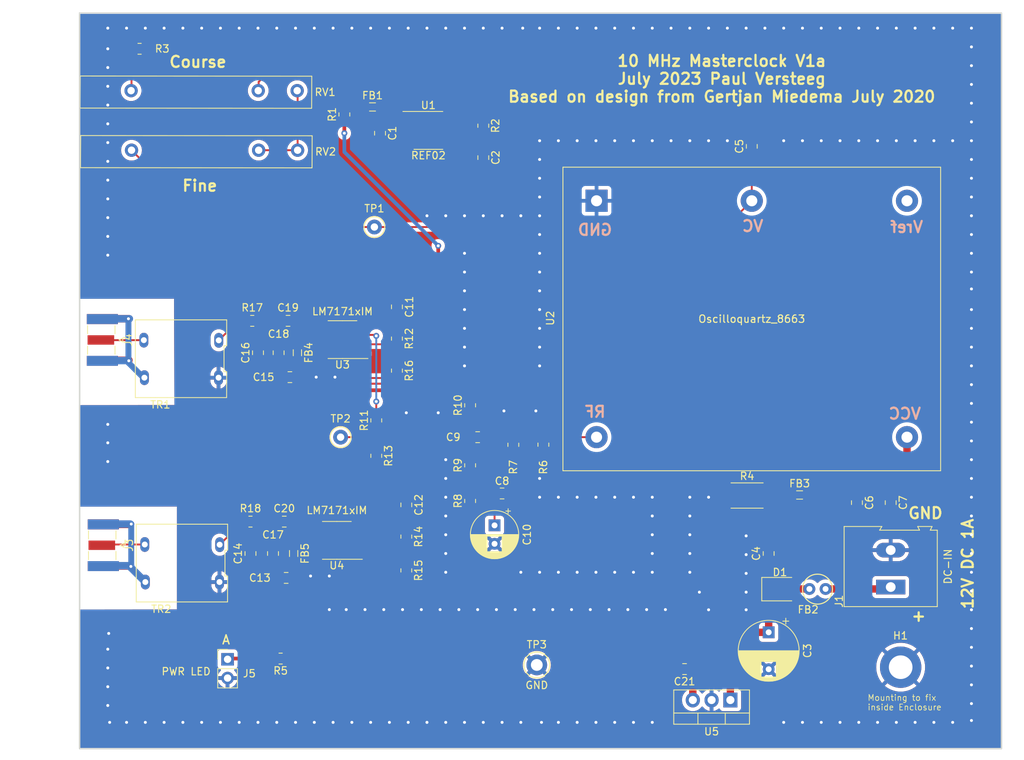
<source format=kicad_pcb>
(kicad_pcb (version 20221018) (generator pcbnew)
  (layers (0 "F.Cu" signal) (31 "B.Cu" signal) (34 "B.Paste" user) (35 "F.Paste" user) (36 "B.SilkS" user "B.Silkscreen") (37 "F.SilkS" user "F.Silkscreen") (38 "B.Mask" user) (39 "F.Mask" user) (44 "Edge.Cuts" user))
  (net 0 "")
  (net 1 "Net-(U1-Vin)")
  (net 2 "GND")
  (net 3 "Net-(U1-Vout)")
  (net 4 "+12V")
  (net 5 "Net-(C10-Pad1)")
  (net 6 "Net-(U2-VC)")
  (net 7 "Net-(C9-Pad2)")
  (net 8 "Net-(C11-Pad2)")
  (net 9 "Net-(C12-Pad2)")
  (net 10 "Net-(U2-Pwr)")
  (net 11 "Net-(U2-RF)")
  (net 12 "Net-(C19-Pad1)")
  (net 13 "Net-(C19-Pad2)")
  (net 14 "Net-(C20-Pad1)")
  (net 15 "Net-(C20-Pad2)")
  (net 16 "Net-(U4-V+)")
  (net 17 "Net-(FB1-Pad1)")
  (net 18 "Net-(FB3-Pad1)")
  (net 19 "Net-(U3-V+)")
  (net 20 "Net-(D1-A)")
  (net 21 "Net-(R2-Pad1)")
  (net 22 "Net-(R3-Pad2)")
  (net 23 "Net-(J1-Pin_1)")
  (net 24 "Net-(J3-In)")
  (net 25 "Net-(J3-Ext)")
  (net 26 "Net-(J4-In)")
  (net 27 "Net-(R17-Pad2)")
  (net 28 "Net-(R18-Pad2)")
  (net 29 "Net-(RV1-Pad2)")
  (net 30 "Net-(J4-Ext)")
  (net 31 "Net-(U3-+)")
  (net 32 "Net-(U3--)")
  (net 33 "Net-(U4-+)")
  (net 34 "Net-(U4--)")
  (net 47 "Net-(J5-Pin_1)")
  (net 48 "Net-(D1-K)")
  (footprint "Inductor_SMD:L_0805_2012Metric_Pad1.05x1.20mm_HandSolder" (layer "F.Cu") (at 91.186 132.08 90)
    (fp_text reference "FB5")
    (fp_text value "1K" hide)
  )
  (footprint "My_Footprints:L_Axial_L7.0mm_D3.3mm_P2.54mm_Vertical_Fastron_MICC" (layer "F.Cu") (at 162.052 136.906 180)
    (fp_text reference "FB2")
    (fp_text value "2A")
  )
  (footprint "Resistor_SMD:R_0805_2012Metric_Pad1.20x1.40mm_HandSolder" (layer "F.Cu") (at 105.156 107.323 -90)
    (fp_text reference "R16")
    (fp_text value "475R")
  )
  (footprint "Connector_Coaxial:SMA_Samtec_SMA-J-P-X-ST-EM1_EdgeMount" (layer "F.Cu") (at 65.4335 130.9624 -90)
    (fp_text reference "J3")
    (fp_text value "10MHz sine")
  )
  (footprint "Capacitor_SMD:C_0805_2012Metric_Pad1.18x1.45mm_HandSolder" (layer "F.Cu") (at 90.678 108.204)
    (fp_text reference "C15")
    (fp_text value "10uF" hide)
  )
  (footprint "Inductor_SMD:L_0805_2012Metric_Pad1.05x1.20mm_HandSolder" (layer "F.Cu") (at 101.854 71.628)
    (fp_text reference "FB1")
    (fp_text value "1K")
  )
  (footprint "Package_SO:SOIC-8_3.9x4.9mm_P1.27mm" (layer "F.Cu") (at 97.79 103.124 180)
    (fp_text reference "U3")
    (fp_text value "LM7171xIM")
  )
  (footprint "Capacitor_SMD:C_0805_2012Metric_Pad1.18x1.45mm_HandSolder" (layer "F.Cu") (at 85.344 132.08 90)
    (fp_text reference "C14")
    (fp_text value "2uF" hide)
  )
  (footprint "Resistor_SMD:R_0805_2012Metric_Pad1.20x1.40mm_HandSolder" (layer "F.Cu") (at 89.424 146.304 180)
    (fp_text reference "R5")
    (fp_text value "10K")
  )
  (footprint "Capacitor_SMD:C_0805_2012Metric_Pad1.18x1.45mm_HandSolder" (layer "F.Cu") (at 167.386 125.1927 -90)
    (fp_text reference "C6")
    (fp_text value "10uF")
  )
  (footprint "Capacitor_SMD:C_0805_2012Metric_Pad1.18x1.45mm_HandSolder" (layer "F.Cu") (at 116.078 116.332 180)
    (fp_text reference "C9")
    (fp_text value "10nF")
  )
  (footprint "Capacitor_SMD:C_0805_2012Metric_Pad1.18x1.45mm_HandSolder" (layer "F.Cu") (at 144.0688 147.7264 180)
    (fp_text reference "C21")
    (fp_text value "100nF")
  )
  (footprint "Capacitor_SMD:C_0805_2012Metric_Pad1.18x1.45mm_HandSolder" (layer "F.Cu") (at 89.154 104.902 -90)
    (fp_text reference "C18")
    (fp_text value "10nF" hide)
  )
  (footprint "My_Footprints:Potentiometer_Bourns_3053P_Horizontal" (layer "F.Cu") (at 62.3934 69.4216)
    (fp_text reference "RV1")
    (fp_text value "10K")
  )
  (footprint "Resistor_SMD:R_0805_2012Metric_Pad1.20x1.40mm_HandSolder" (layer "F.Cu") (at 105.156 102.989 -90)
    (fp_text reference "R12")
    (fp_text value "274R")
  )
  (footprint "TestPoint:TestPoint_Keystone_5000-5004_Miniature" (layer "F.Cu") (at 102.108 87.884)
    (fp_text reference "TP1")
    (fp_text value "f-adjust")
  )
  (footprint "Capacitor_SMD:C_0805_2012Metric_Pad1.18x1.45mm_HandSolder" (layer "F.Cu") (at 119.38 123.952)
    (fp_text reference "C8")
    (fp_text value "10nF")
  )
  (footprint "Capacitor_THT:CP_Radial_D6.3mm_P2.50mm" (layer "F.Cu") (at 118.364 128.27 -90)
    (fp_text reference "C10")
    (fp_text value "100uF")
  )
  (footprint "My_Footprints:PE-65612" (layer "F.Cu") (at 75.946 105.711523 180)
    (fp_text reference "TR1")
    (fp_text value "PE-65612")
  )
  (footprint "Connector_PinHeader_2.54mm:PinHeader_1x02_P2.54mm_Vertical" (layer "F.Cu") (at 82.2452 146.4006)
    (fp_text reference "J5")
    (fp_text value "Conn_01x02_Pin")
  )
  (footprint "Diode_SMD:D_1210_3225Metric_Pad1.42x2.65mm_HandSolder" (layer "F.Cu") (at 156.972 136.906)
    (fp_text reference "D1")
    (fp_text value "SS54")
  )
  (footprint "Package_SO:SOIC-8_3.9x4.9mm_P1.27mm" (layer "F.Cu") (at 97.028 130.302 180)
    (fp_text reference "U4")
    (fp_text value "LM7171xIM")
  )
  (footprint "TestPoint:TestPoint_Keystone_5000-5004_Miniature" (layer "F.Cu") (at 97.536 116.332)
    (fp_text reference "TP2")
    (fp_text value "10MHz")
  )
  (footprint "Resistor_SMD:R_0805_2012Metric_Pad1.20x1.40mm_HandSolder" (layer "F.Cu") (at 106.426 129.794 -90)
    (fp_text reference "R14")
    (fp_text value "274R")
  )
  (footprint "Resistor_SMD:R_0805_2012Metric_Pad1.20x1.40mm_HandSolder" (layer "F.Cu") (at 106.426 134.366 -90)
    (fp_text reference "R15")
    (fp_text value "475R")
  )
  (footprint "Inductor_SMD:L_0805_2012Metric_Pad1.05x1.20mm_HandSolder" (layer "F.Cu") (at 91.694 104.902 90)
    (fp_text reference "FB4")
    (fp_text value "1K" hide)
  )
  (footprint "Package_SO:SOIC-8_3.9x4.9mm_P1.27mm" (layer "F.Cu") (at 109.412 74.803)
    (fp_text reference "U1")
    (fp_text value "REF02")
  )
  (footprint "Capacitor_THT:CP_Radial_D8.0mm_P5.00mm" (layer "F.Cu") (at 155.448 142.748 -90)
    (fp_text reference "C3")
    (fp_text value "1000uF")
  )
  (footprint "Capacitor_SMD:C_0805_2012Metric_Pad1.18x1.45mm_HandSolder" (layer "F.Cu") (at 106.426 125.4975 -90)
    (fp_text reference "C12")
    (fp_text value "10nF")
  )
  (footprint "Capacitor_SMD:C_0805_2012Metric_Pad1.18x1.45mm_HandSolder" (layer "F.Cu") (at 86.36 104.902 90)
    (fp_text reference "C16")
    (fp_text value "2uF" hide)
  )
  (footprint "Resistor_SMD:R_0805_2012Metric_Pad1.20x1.40mm_HandSolder" (layer "F.Cu") (at 115.062 124.968 90)
    (fp_text reference "R8")
    (fp_text value "1K")
  )
  (footprint "Capacitor_SMD:C_0805_2012Metric_Pad1.18x1.45mm_HandSolder" (layer "F.Cu") (at 102.87 75.184 -90)
    (fp_text reference "C1")
    (fp_text value "100nF")
  )
  (footprint "My_Footprints:PE-65612" (layer "F.Cu") (at 76.073 133.3754 180)
    (fp_text reference "TR2")
    (fp_text value "PE-65612")
  )
  (footprint "Capacitor_SMD:C_0805_2012Metric_Pad1.18x1.45mm_HandSolder" (layer "F.Cu") (at 153.162 76.962 90)
    (fp_text reference "C5")
    (fp_text value "100nF")
  )
  (footprint "TerminalBlock:TerminalBlock_Altech_AK300-2_P5.00mm" (layer "F.Cu") (at 171.958 136.623 90)
    (fp_text reference "J1")
    (fp_text value "DC-IN")
  )
  (footprint "Resistor_SMD:R_0805_2012Metric_Pad1.20x1.40mm_HandSolder" (layer "F.Cu") (at 116.84 74.168 -90)
    (fp_text reference "R2")
    (fp_text value "2K")
  )
  (footprint "MountingHole:MountingHole_3.2mm_M3_DIN965_Pad_TopBottom" (layer "F.Cu") (at 173.3042 147.4724)
    (fp_text reference "H1")
    (fp_text value "MountingHole_Pad" hide)
  )
  (footprint "Capacitor_SMD:C_0805_2012Metric_Pad1.18x1.45mm_HandSolder" (layer "F.Cu") (at 89.916 127.762 180)
    (fp_text reference "C20")
    (fp_text value "10nF" hide)
  )
  (footprint "Resistor_SMD:R_0805_2012Metric_Pad1.20x1.40mm_HandSolder" (layer "F.Cu") (at 98.044 72.644 90)
    (fp_text reference "R1")
    (fp_text value "1K")
  )
  (footprint "Capacitor_SMD:C_0805_2012Metric_Pad1.18x1.45mm_HandSolder" (layer "F.Cu") (at 88.392 132.08 -90)
    (fp_text reference "C17")
    (fp_text value "10nF" hide)
  )
  (footprint "Capacitor_SMD:C_0805_2012Metric_Pad1.18x1.45mm_HandSolder" (layer "F.Cu") (at 90.424 100.584 180)
    (fp_text reference "C19")
    (fp_text value "10nF" hide)
  )
  (footprint "Inductor_SMD:L_0805_2012Metric_Pad1.05x1.20mm_HandSolder" (layer "F.Cu") (at 159.632 124.1552)
    (fp_text reference "FB3")
    (fp_text value "2A")
  )
  (footprint "Resistor_SMD:R_0805_2012Metric_Pad1.20x1.40mm_HandSolder" (layer "F.Cu") (at 124.968 117.348 -90)
    (fp_text reference "R6")
    (fp_text value "120R")
  )
  (footprint "Resistor_SMD:R_0805_2012Metric_Pad1.20x1.40mm_HandSolder" (layer "F.Cu") (at 115.062 120.142 90)
    (fp_text reference "R9")
    (fp_text value "475R")
  )
  (footprint "Capacitor_SMD:C_0805_2012Metric_Pad1.18x1.45mm_HandSolder" (layer "F.Cu") (at 90.17 135.382)
    (fp_text reference "C13")
    (fp_text value "10uF")
  )
  (footprint "My_Footprints:Oscilloquartz_8663" (layer "F.Cu") (at 153.162 100.33)
    (fp_text reference "U2")
    (fp_text value "Oscilloquartz_8663")
  )
  (footprint "My_Footprints:Potentiometer_Bourns_3053P_Horizontal" (layer "F.Cu") (at 62.45005 77.4834)
    (fp_text reference "RV2")
    (fp_text value "5K")
  )
  (footprint "Connector_Coaxial:SMA_Samtec_SMA-J-P-X-ST-EM1_EdgeMount" (layer "F.Cu") (at 65.3065 103.171523 -90)
    (fp_text reference "J4")
    (fp_text value "10MHz sine")
  )
  (footprint "Resistor_SMD:R_0805_2012Metric_Pad1.20x1.40mm_HandSolder" (layer "F.Cu") (at 85.582 100.584 180)
    (fp_text reference "R17")
    (fp_text value "47R5" hide)
  )
  (footprint "Resistor_SMD:R_0805_2012Metric_Pad1.20x1.40mm_HandSolder" (layer "F.Cu") (at 115.062 112.014 90)
    (fp_text reference "R10")
    (fp_text value "1K5")
  )
  (footprint "Resistor_SMD:R_0805_2012Metric_Pad1.20x1.40mm_HandSolder" (layer "F.Cu") (at 85.344 127.762 180)
    (fp_text reference "R18")
    (fp_text value "47R5" hide)
  )
  (footprint "Capacitor_SMD:C_0805_2012Metric_Pad1.18x1.45mm_HandSolder" (layer "F.Cu") (at 105.156 98.687 -90)
    (fp_text reference "C11")
    (fp_text value "10nF")
  )
  (footprint "Capacitor_SMD:C_0805_2012Metric_Pad1.18x1.45mm_HandSolder" (layer "F.Cu") (at 116.84 78.486 -90)
    (fp_text reference "C2")
    (fp_text value "100nF")
  )
  (footprint "TestPoint:TestPoint_Keystone_5005-5009_Compact" (layer "F.Cu") (at 124.079 147.1676)
    (fp_text reference "TP3")
    (fp_text value "GND")
  )
  (footprint "Resistor_SMD:R_0805_2012Metric_Pad1.20x1.40mm_HandSolder" (layer "F.Cu") (at 70.342 63.754 180)
    (fp_text reference "R3")
    (fp_text value "47K")
  )
  (footprint "Resistor_SMD:R_2512_6332Metric_Pad1.40x3.35mm_HandSolder" (layer "F.Cu") (at 152.527 124.2314)
    (fp_text reference "R4")
    (fp_text value "0.5R/3W")
  )
  (footprint "Resistor_SMD:R_0805_2012Metric_Pad1.20x1.40mm_HandSolder" (layer "F.Cu") (at 102.362 114.062 90)
    (fp_text reference "R11")
    (fp_text value "174R")
  )
  (footprint "Package_TO_SOT_THT:TO-220-3_Vertical" (layer "F.Cu") (at 150.2664 151.9174 180)
    (fp_text reference "U5")
    (fp_text value "L7812")
  )
  (footprint "Capacitor_SMD:C_0805_2012Metric_Pad1.18x1.45mm_HandSolder" (layer "F.Cu") (at 171.958 125.1927 -90)
    (fp_text reference "C7")
    (fp_text value "10nF")
  )
  (footprint "Resistor_SMD:R_0805_2012Metric_Pad1.20x1.40mm_HandSolder" (layer "F.Cu") (at 120.904 117.364 -90)
    (fp_text reference "R7")
    (fp_text value "470R")
  )
  (footprint "Capacitor_SMD:C_0805_2012Metric_Pad1.18x1.45mm_HandSolder" (layer "F.Cu") (at 155.448 132.08 90)
    (fp_text reference "C4")
    (fp_text value "10nF")
  )
  (footprint "Resistor_SMD:R_0805_2012Metric_Pad1.20x1.40mm_HandSolder" (layer "F.Cu") (at 102.362 118.856 -90)
    (fp_text reference "R13")
    (fp_text value "174R")
  )
  (gr_rect (start 62.23 58.928) (end 186.944 158.496) (stroke (width 0.2)) (fill none) (layer "Edge.Cuts"))
  (gr_text "VC" (at 153.289 87.757) (layer "B.SilkS") (effects (font (size 1.5 1.5) (thickness 0.3)) (justify mirror)))
  (gr_text "GND" (at 131.953 88.265) (layer "B.SilkS") (effects (font (size 1.5 1.5) (thickness 0.3)) (justify mirror)))
  (gr_text "Vref" (at 174.117 87.884) (layer "B.SilkS") (effects (font (size 1.5 1.5) (thickness 0.3)) (justify mirror)))
  (gr_text "VCC" (at 173.863 113.157) (layer "B.SilkS") (effects (font (size 1.5 1.5) (thickness 0.3)) (justify mirror)))
  (gr_text "RF" (at 131.953 112.903) (layer "B.SilkS") (effects (font (size 1.5 1.5) (thickness 0.3)) (justify mirror)))
  (gr_text "10 MHz Masterclock V1a\nJuly 2023 Paul Versteeg\nBased on design from Gertjan Miedema July 2020" (at 149.098 67.818) (layer "F.SilkS") (effects (font (size 1.5 1.5) (thickness 0.3))))
  (gr_text "Course" (at 78.232 65.532) (layer "F.SilkS") (effects (font (size 1.5 1.5) (thickness 0.3))))
  (gr_text "12V DC 1A" (at 182.372 133.477 90) (layer "F.SilkS") (effects (font (size 1.5 1.5) (thickness 0.3))))
  (gr_text "Mounting to fix \ninside Enclosure" (at 168.783 153.3652) (layer "F.SilkS") (effects (font (size 0.8 0.8) (thickness 0.1)) (justify left bottom)))
  (gr_text "A" (at 82.042 143.764) (layer "F.SilkS") (effects (font (size 1.2 1.2) (thickness 0.2))))
  (gr_text "+" (at 175.7426 140.5128) (layer "F.SilkS") (effects (font (size 1.5 1.5) (thickness 0.3))))
  (gr_text "PWR LED" (at 73.2282 148.6408) (layer "F.SilkS") (effects (font (size 1 1)) (justify left bottom)))
  (gr_text "Fine" (at 78.486 82.296) (layer "F.SilkS") (effects (font (size 1.5 1.5) (thickness 0.3))))
  (gr_text "GND" (at 176.657 126.619) (layer "F.SilkS") (effects (font (size 1.5 1.5) (thickness 0.3))))
  (segment (start 102.87 74.1465) (end 106.8935 74.1465) (width 0.5) (layer "F.Cu") (net 1))
  (segment (start 103.004 74.0125) (end 102.87 74.1465) (width 0.25) (layer "F.Cu") (net 1))
  (segment (start 103.004 71.628) (end 103.004 74.0125) (width 0.5) (layer "F.Cu") (net 1))
  (segment (start 86.36 105.9395) (end 89.154 105.9395) (width 0.25) (layer "F.Cu") (net 2))
  (segment (start 89.154 107.7175) (end 89.6405 108.204) (width 0.25) (layer "F.Cu") (net 2))
  (segment (start 89.154 105.9395) (end 89.154 107.7175) (width 0.25) (layer "F.Cu") (net 2))
  (via (at 66.04 76.454) (size 0.8) (drill 0.4) (layers "F.Cu" "B.Cu") (net 2))
  (via (at 137.16 76.2) (size 0.8) (drill 0.4) (layers "F.Cu" "B.Cu") (net 2))
  (via (at 165.1 60.96) (size 0.8) (drill 0.4) (layers "F.Cu" "B.Cu") (net 2))
  (via (at 124.46 93.98) (size 0.8) (drill 0.4) (layers "F.Cu" "B.Cu") (net 2))
  (via (at 157.48 154.94) (size 0.8) (drill 0.4) (layers "F.Cu" "B.Cu") (net 2))
  (via (at 134.62 76.2) (size 0.8) (drill 0.4) (layers "F.Cu" "B.Cu") (net 2))
  (via (at 106.68 60.96) (size 0.8) (drill 0.4) (layers "F.Cu" "B.Cu") (net 2))
  (via (at 111.76 154.94) (size 0.8) (drill 0.4) (layers "F.Cu" "B.Cu") (net 2))
  (via (at 167.64 76.2) (size 0.8) (drill 0.4) (layers "F.Cu" "B.Cu") (net 2))
  (via (at 182.88 129.54) (size 0.8) (drill 0.4) (layers "F.Cu" "B.Cu") (net 2))
  (via (at 121.92 86.36) (size 0.8) (drill 0.4) (layers "F.Cu" "B.Cu") (net 2))
  (via (at 175.26 76.2) (size 0.8) (drill 0.4) (layers "F.Cu" "B.Cu") (net 2))
  (via (at 110.744 113.03) (size 0.8) (drill 0.4) (layers "F.Cu" "B.Cu") (net 2))
  (via (at 182.88 76.2) (size 0.8) (drill 0.4) (layers "F.Cu" "B.Cu") (net 2))
  (via (at 182.88 83.82) (size 0.8) (drill 0.4) (layers "F.Cu" "B.Cu") (net 2))
  (via (at 165.1 154.94) (size 0.8) (drill 0.4) (layers "F.Cu" "B.Cu") (net 2))
  (via (at 96.012 135.128) (size 0.8) (drill 0.4) (layers "F.Cu" "B.Cu") (net 2))
  (via (at 124.46 91.44) (size 0.8) (drill 0.4) (layers "F.Cu" "B.Cu") (net 2))
  (via (at 170.18 154.94) (size 0.8) (drill 0.4) (layers "F.Cu" "B.Cu") (net 2))
  (via (at 129.54 134.62) (size 0.8) (drill 0.4) (layers "F.Cu" "B.Cu") (net 2))
  (via (at 152.4 129.6924) (size 0.8) (drill 0.4) (layers "F.Cu" "B.Cu") (net 2))
  (via (at 111.76 129.54) (size 0.8) (drill 0.4) (layers "F.Cu" "B.Cu") (net 2))
  (via (at 132.08 134.62) (size 0.8) (drill 0.4) (layers "F.Cu" "B.Cu") (net 2))
  (via (at 134.62 134.62) (size 0.8) (drill 0.4) (layers "F.Cu" "B.Cu") (net 2))
  (via (at 182.88 111.76) (size 0.8) (drill 0.4) (layers "F.Cu" "B.Cu") (net 2))
  (via (at 66.04 150.114) (size 0.8) (drill 0.4) (layers "F.Cu" "B.Cu") (net 2))
  (via (at 103.378 139.6746) (size 0.8) (drill 0.4) (layers "F.Cu" "B.Cu") (net 2))
  (via (at 66.04 152.654) (size 0.8) (drill 0.4) (layers "F.Cu" "B.Cu") (net 2))
  (via (at 182.88 91.44) (size 0.8) (drill 0.4) (layers "F.Cu" "B.Cu") (net 2))
  (via (at 96.012 139.6746) (size 0.8) (drill 0.4) (layers "F.Cu" "B.Cu") (net 2))
  (via (at 114.3 93.98) (size 0.8) (drill 0.4) (layers "F.Cu" "B.Cu") (net 2))
  (via (at 182.88 88.9) (size 0.8) (drill 0.4) (layers "F.Cu" "B.Cu") (net 2))
  (via (at 144.78 76.2) (size 0.8) (drill 0.4) (layers "F.Cu" "B.Cu") (net 2))
  (via (at 144.78 124.46) (size 0.8) (drill 0.4) (layers "F.Cu" "B.Cu") (net 2))
  (via (at 182.88 116.84) (size 0.8) (drill 0.4) (layers "F.Cu" "B.Cu") (net 2))
  (via (at 76.2 154.94) (size 0.8) (drill 0.4) (layers "F.Cu" "B.Cu") (net 2))
  (via (at 99.06 60.96) (size 0.8) (drill 0.4) (layers "F.Cu" "B.Cu") (net 2))
  (via (at 127 134.62) (size 0.8) (drill 0.4) (layers "F.Cu" "B.Cu") (net 2))
  (via (at 139.7 60.96) (size 0.8) (drill 0.4) (layers "F.Cu" "B.Cu") (net 2))
  (via (at 182.88 109.22) (size 0.8) (drill 0.4) (layers "F.Cu" "B.Cu") (net 2))
  (via (at 124.46 104.14) (size 0.8) (drill 0.4) (layers "F.Cu" "B.Cu") (net 2))
  (via (at 116.84 86.36) (size 0.8) (drill 0.4) (layers "F.Cu" "B.Cu") (net 2))
  (via (at 66.04 147.574) (size 0.8) (drill 0.4) (layers "F.Cu" "B.Cu") (net 2))
  (via (at 133.858 139.6746) (size 0.8) (drill 0.4) (layers "F.Cu" "B.Cu") (net 2))
  (via (at 182.88 127) (size 0.8) (drill 0.4) (layers "F.Cu" "B.Cu") (net 2))
  (via (at 116.078 139.6746) (size 0.8) (drill 0.4) (layers "F.Cu" "B.Cu") (net 2))
  (via (at 152.4 139.7) (size 0.8) (drill 0.4) (layers "F.Cu" "B.Cu") (net 2))
  (via (at 138.938 139.6746) (size 0.8) (drill 0.4) (layers "F.Cu" "B.Cu") (net 2))
  (via (at 132.08 76.2) (size 0.8) (drill 0.4) (layers "F.Cu" "B.Cu") (net 2))
  (via (at 99.06 154.94) (size 0.8) (drill 0.4) (layers "F.Cu" "B.Cu") (net 2))
  (via (at 144.78 129.54) (size 0.8) (drill 0.4) (layers "F.Cu" "B.Cu") (net 2))
  (via (at 93.98 60.96) (size 0.8) (drill 0.4) (layers "F.Cu" "B.Cu") (net 2))
  (via (at 114.3 91.44) (size 0.8) (drill 0.4) (layers "F.Cu" "B.Cu") (net 2))
  (via (at 182.88 147.32) (size 0.8) (drill 0.4) (layers "F.Cu" "B.Cu") (net 2))
  (via (at 68.58 60.96) (size 0.8) (drill 0.4) (layers "F.Cu" "B.Cu") (net 2))
  (via (at 182.88 104.14) (size 0.8) (drill 0.4) (layers "F.Cu" "B.Cu") (net 2))
  (via (at 71.12 154.94) (size 0.8) (drill 0.4) (layers "F.Cu" "B.Cu") (net 2))
  (via (at 157.48 76.2) (size 0.8) (drill 0.4) (layers "F.Cu" "B.Cu") (net 2))
  (via (at 123.952 112.776) (size 0.8) (drill 0.4) (layers "F.Cu" "B.Cu") (net 2))
  (via (at 146.0754 137.3124) (size 0.8) (drill 0.4) (layers "F.Cu" "B.Cu") (net 2))
  (via (at 139.7 129.54) (size 0.8) (drill 0.4) (layers "F.Cu" "B.Cu") (net 2))
  (via (at 182.88 132.08) (size 0.8) (drill 0.4) (layers "F.Cu" "B.Cu") (net 2))
  (via (at 142.24 76.2) (size 0.8) (drill 0.4) (layers "F.Cu" "B.Cu") (net 2))
  (via (at 144.78 127) (size 0.8) (drill 0.4) (layers "F.Cu" "B.Cu") (net 2))
  (via (at 100.838 139.6746) (size 0.8) (drill 0.4) (layers "F.Cu" "B.Cu") (net 2))
  (via (at 177.8 60.96) (size 0.8) (drill 0.4) (layers "F.Cu" "B.Cu") (net 2))
  (via (at 66.04 81.534) (size 0.8) (drill 0.4) (layers "F.Cu" "B.Cu") (net 2))
  (via (at 128.778 139.6746) (size 0.8) (drill 0.4) (layers "F.Cu" "B.Cu") (net 2))
  (via (at 114.3 99.06) (size 0.8) (drill 0.4) (layers "F.Cu" "B.Cu") (net 2))
  (via (at 182.88 137.16) (size 0.8) (drill 0.4) (layers "F.Cu" "B.Cu") (net 2))
  (via (at 114.3 154.94) (size 0.8) (drill 0.4) (layers "F.Cu" "B.Cu") (net 2))
  (via (at 124.46 121.92) (size 0.8) (drill 0.4) (layers "F.Cu" "B.Cu") (net 2))
  (via (at 124.46 96.52) (size 0.8) (drill 0.4) (layers "F.Cu" "B.Cu") (net 2))
  (via (at 96.774 108.204) (size 0.8) (drill 0.4) (layers "F.Cu" "B.Cu") (net 2))
  (via (at 139.7 76.2) (size 0.8) (drill 0.4) (layers "F.Cu" "B.Cu") (net 2))
  (via (at 96.52 60.96) (size 0.8) (drill 0.4) (layers "F.Cu" "B.Cu") (net 2))
  (via (at 124.46 88.9) (size 0.8) (drill 0.4) (layers "F.Cu" "B.Cu") (net 2))
  (via (at 132.08 124.46) (size 0.8) (drill 0.4) (layers "F.Cu" "B.Cu") (net 2))
  (via (at 162.56 76.2) (size 0.8) (drill 0.4) (layers "F.Cu" "B.Cu") (net 2))
  (via (at 182.88 66.04) (size 0.8) (drill 0.4) (layers "F.Cu" "B.Cu") (net 2))
  (via (at 142.24 60.96) (size 0.8) (drill 0.4) (layers "F.Cu" "B.Cu") (net 2))
  (via (at 172.72 76.2) (size 0.8) (drill 0.4) (layers "F.Cu" "B.Cu") (net 2))
  (via (at 182.88 96.266) (size 0.8) (drill 0.4) (layers "F.Cu" "B.Cu") (net 2))
  (via (at 114.3 104.14) (size 0.8) (drill 0.4) (layers "F.Cu" "B.Cu") (net 2))
  (via (at 124.46 86.36) (size 0.8) (drill 0.4) (layers "F.Cu" "B.Cu") (net 2))
  (via (at 66.04 117.094) (size 0.8) (drill 0.4) (layers "F.Cu" "B.Cu") (net 2))
  (via (at 121.92 134.62) (size 0.8) (drill 0.4) (layers "F.Cu" "B.Cu") (net 2))
  (via (at 170.18 76.2) (size 0.8) (drill 0.4) (layers "F.Cu" "B.Cu") (net 2))
  (via (at 124.46 78.74) (size 0.8) (drill 0.4) (layers "F.Cu" "B.Cu") (net 2))
  (via (at 66.04 114.601523) (size 0.8) (drill 0.4) (layers "F.Cu" "B.Cu") (net 2))
  (via (at 137.16 154.94) (size 0.8) (drill 0.4) (layers "F.Cu" "B.Cu") (net 2))
  (via (at 104.14 154.94) (size 0.8) (drill 0.4) (layers "F.Cu" "B.Cu") (net 2))
  (via (at 182.88 119.38) (size 0.8) (drill 0.4) (layers "F.Cu" "B.Cu") (net 2))
  (via (at 111.76 124.46) (size 0.8) (drill 0.4) (layers "F.Cu" "B.Cu") (net 2))
  (via (at 126.238 139.6746) (size 0.8) (drill 0.4) (layers "F.Cu" "B.Cu") (net 2))
  (via (at 152.4 134.7724) (size 0.8) (drill 0.4) (layers "F.Cu" "B.Cu") (net 2))
  (via (at 78.74 154.94) (size 0.8) (drill 0.4) (layers "F.Cu" "B.Cu") (net 2))
  (via (at 177.8 154.94) (size 0.8) (drill 0.4) (layers "F.Cu" "B.Cu") (net 2))
  (via (at 114.3 60.96) (size 0.8) (drill 0.4) (layers "F.Cu" "B.Cu") (net 2))
  (via (at 124.46 106.68) (size 0.8) (drill 0.4) (layers "F.Cu" "B.Cu") (net 2))
  (via (at 160.02 60.96) (size 0.8) (drill 0.4) (layers "F.Cu" "B.Cu") (net 2))
  (via (at 136.398 139.6746) (size 0.8) (drill 0.4) (layers "F.Cu" "B.Cu") (net 2))
  (via (at 182.88 93.98) (size 0.8) (drill 0.4) (layers "F.Cu" "B.Cu") (net 2))
  (via (at 73.66 60.96) (size 0.8) (drill 0.4) (layers "F.Cu" "B.Cu") (net 2))
  (via (at 83.82 154.94) (size 0.8) (drill 0.4) (layers "F.Cu" "B.Cu") (net 2))
  (via (at 147.32 76.2) (size 0.8) (drill 0.4) (layers "F.Cu" "B.Cu") (net 2))
  (via (at 88.9 154.94) (size 0.8) (drill 0.4) (layers "F.Cu" "B.Cu") (net 2))
  (via (at 132.08 154.94) (size 0.8) (drill 0.4) (layers "F.Cu" "B.Cu") (net 2))
  (via (at 139.7 132.08) (size 0.8) (drill 0.4) (layers "F.Cu" "B.Cu") (net 2))
  (via (at 152.4 132.2324) (size 0.8) (drill 0.4) (layers "F.Cu" "B.Cu") (net 2))
  (via (at 182.88 101.6) (size 0.8) (drill 0.4) (layers "F.Cu" "B.Cu") (net 2))
  (via (at 122.174 60.96) (size 0.8) (drill 0.4) (layers "F.Cu" "B.Cu") (net 2))
  (via (at 139.7 127) (size 0.8) (drill 0.4) (layers "F.Cu" "B.Cu") (net 2))
  (via (at 93.472 135.128) (size 0.8) (drill 0.4) (layers "F.Cu" "B.Cu") (net 2))
  (via (at 182.88 81.28) (size 0.8) (drill 0.4) (layers "F.Cu" "B.Cu") (net 2))
  (via (at 71.12 60.96) (size 0.8) (drill 0.4) (layers "F.Cu" "B.Cu") (net 2))
  (via (at 88.9 60.96) (size 0.8) (drill 0.4) (layers "F.Cu" "B.Cu") (net 2))
  (via (at 116.84 154.94) (size 0.8) (drill 0.4) (layers "F.Cu" "B.Cu") (net 2))
  (via (at 66.04 68.834) (size 0.8) (drill 0.4) (layers "F.Cu" "B.Cu") (net 2))
  (via (at 66.04 145.034) (size 0.8) (drill 0.4) (layers "F.Cu" "B.Cu") (net 2))
  (via (at 147.32 124.46) (size 0.8) (drill 0.4) (layers "F.Cu" "B.Cu") (net 2))
  (via (at 162.56 154.94) (size 0.8) (drill 0.4) (layers "F.Cu" "B.Cu") (net 2))
  (via (at 175.26 154.94) (size 0.8) (drill 0.4) (layers "F.Cu" "B.Cu") (net 2))
  (via (at 124.46 124.46) (size 0.8) (drill 0.4) (layers "F.Cu" "B.Cu") (net 2))
  (via (at 152.4 137.3124) (size 0.8) (drill 0.4) (layers "F.Cu" "B.Cu") (net 2))
  (via (at 180.34 76.2) (size 0.8) (drill 0.4) (layers "F.Cu" "B.Cu") (net 2))
  (via (at 94.234 108.204) (size 0.8) (drill 0.4) (layers "F.Cu" "B.Cu") (net 2))
  (via (at 149.86 76.2) (size 0.8) (drill 0.4) (layers "F.Cu" "B.Cu") (net 2))
  (via (at 101.6 154.94) (size 0.8) (drill 0.4) (layers "F.Cu" "B.Cu") (net 2))
  (via (at 180.34 154.94) (size 0.8) (drill 0.4) (layers "F.Cu" "B.Cu") (net 2))
  (via (at 182.88 78.74) (size 0.8) (drill 0.4) (layers "F.Cu" "B.Cu") (net 2))
  (via (at 91.44 60.96) (size 0.8) (drill 0.4) (layers "F.Cu" "B.Cu") (net 2))
  (via (at 73.66 154.94) (size 0.8) (drill 0.4) (layers "F.Cu" "B.Cu") (net 2))
  (via (at 66.04 91.694) (size 0.8) (drill 0.4) (layers "F.Cu" "B.Cu") (net 2))
  (via (at 66.04 119.634) (size 0.8) (drill 0.4) (layers "F.Cu" "B.Cu") (net 2))
  (via (at 139.7 154.94) (size 0.8) (drill 0.4) (layers "F.Cu" "B.Cu") (net 2))
  (via (at 127 154.94) (size 0.8) (drill 0.4) (layers "F.Cu" "B.Cu") (net 2))
  (via (at 182.88 142.24) (size 0.8) (drill 0.4) (layers "F.Cu" "B.Cu") (net 2))
  (via (at 182.88 139.7) (size 0.8) (drill 0.4) (layers "F.Cu" "B.Cu") (net 2))
  (via (at 167.64 154.94) (size 0.8) (drill 0.4) (layers "F.Cu" "B.Cu") (net 2))
  (via (at 66.04 84.074) (size 0.8) (drill 0.4) (layers "F.Cu" "B.Cu") (net 2))
  (via (at 66.04 60.96) (size 0.8) (drill 0.4) (layers "F.Cu" "B.Cu") (net 2))
  (via (at 96.52 154.94) (size 0.8) (drill 0.4) (layers "F.Cu" "B.Cu") (net 2))
  (via (at 111.76 121.92) (size 0.8) (drill 0.4) (layers "F.Cu" "B.Cu") (net 2))
  (via (at 66.04 89.154) (size 0.8) (drill 0.4) (layers "F.Cu" "B.Cu") (net 2))
  (via (at 152.4 60.96) (size 0.8) (drill 0.4) (layers "F.Cu" "B.Cu") (net 2))
  (via (at 124.46 60.96) (size 0.8) (drill 0.4) (layers "F.Cu" "B.Cu") (net 2))
  (via (at 134.62 124.46) (size 0.8) (drill 0.4) (layers "F.Cu" "B.Cu") (net 2))
  (via (at 110.998 139.6746) (size 0.8) (drill 0.4) (layers "F.Cu" "B.Cu") (net 2))
  (via (at 144.78 60.96) (size 0.8) (drill 0.4) (layers "F.Cu" "B.Cu") (net 2))
  (via (at 111.76 86.36) (size 0.8) (drill 0.4) (layers "F.Cu" "B.Cu") (net 2))
  (via (at 118.618 139.6746) (size 0.8) (drill 0.4) (layers "F.Cu" "B.Cu") (net 2))
  (via (at 66.04 78.994) (size 0.8) (drill 0.4) (layers "F.Cu" "B.Cu") (net 2))
  (via (at 182.88 124.46) (size 0.8) (drill 0.4) (layers "F.Cu" "B.Cu") (net 2))
  (via (at 111.76 134.62) (size 0.8) (drill 0.4) (layers "F.Cu" "B.Cu") (net 2))
  (via (at 129.54 154.94) (size 0.8) (drill 0.4) (layers "F.Cu" "B.Cu") (net 2))
  (via (at 83.82 60.96) (size 0.8) (drill 0.4) (layers "F.Cu" "B.Cu") (net 2))
  (via (at 104.14 60.96) (size 0.8) (drill 0.4) (layers "F.Cu" "B.Cu") (net 2))
  (via (at 66.04 71.374) (size 0.8) (drill 0.4) (layers "F.Cu" "B.Cu") (net 2))
  (via (at 182.88 121.92) (size 0.8) (drill 0.4) (layers "F.Cu" "B.Cu") (net 2))
  (via (at 182.88 68.58) (size 0.8) (drill 0.4) (layers "F.Cu" "B.Cu") (net 2))
  (via (at 93.98 154.94) (size 0.8) (drill 0.4) (layers "F.Cu" "B.Cu") (net 2))
  (via (at 144.78 132.08) (size 0.8) (drill 0.4) (layers "F.Cu" "B.Cu") (net 2))
  (via (at 162.56 60.96) (size 0.8) (drill 0.4) (layers "F.Cu" "B.Cu") (net 2))
  (via (at 172.72 60.96) (size 0.8) (drill 0.4) (layers "F.Cu" "B.Cu") (net 2))
  (via (at 106.68 154.94) (size 0.8) (drill 0.4) (layers "F.Cu" "B.Cu") (net 2))
  (via (at 111.76 60.96) (size 0.8) (drill 0.4) (layers "F.Cu" "B.Cu") (net 2))
  (via (at 101.6 60.96) (size 0.8) (drill 0.4) (layers "F.Cu" "B.Cu") (net 2))
  (via (at 129.54 76.2) (size 0.8) (drill 0.4) (layers "F.Cu" "B.Cu") (net 2))
  (via (at 68.58 154.94) (size 0.8) (drill 0.4) (layers "F.Cu" "B.Cu") (net 2))
  (via (at 119.38 86.36) (size 0.8) (drill 0.4) (layers "F.Cu" "B.Cu") (net 2))
  (via (at 137.16 124.46) (size 0.8) (drill 0.4) (layers "F.Cu" "B.Cu") (net 2))
  (via (at 116.84 60.96) (size 0.8) (drill 0.4) (layers "F.Cu" "B.Cu") (net 2))
  (via (at 66.04 73.914) (size 0.8) (drill 0.4) (layers "F.Cu" "B.Cu") (net 2))
  (via (at 177.8 76.2) (size 0.8) (drill 0.4) (layers "F.Cu" "B.Cu") (net 2))
  (via (at 160.02 154.94) (size 0.8) (drill 0.4) (layers "F.Cu" "B.Cu") (net 2))
  (via (at 147.32 139.7) (size 0.8) (drill 0.4) (layers "F.Cu" "B.Cu") (net 2))
  (via (at 182.88 73.66) (size 0.8) (drill 0.4) (layers "F.Cu" "B.Cu") (net 2))
  (via (at 137.16 134.62) (size 0.8) (drill 0.4) (layers "F.Cu" "B.Cu") (net 2))
  (via (at 182.88 106.68) (size 0.8) (drill 0.4) (layers "F.Cu" "B.Cu") (net 2))
  (via (at 182.88 154.686) (size 0.8) (drill 0.4) (layers "F.Cu" "B.Cu") (net 2))
  (via (at 114.3 101.6) (size 0.8) (drill 0.4) (layers "F.Cu" "B.Cu") (net 2))
  (via (at 167.64 60.96) (size 0.8) (drill 0.4) (layers "F.Cu" "B.Cu") (net 2))
  (via (at 111.76 119.38) (size 0.8) (drill 0.4) (layers "F.Cu" "B.Cu") (net 2))
  (via (at 106.426 113.03) (size 0.8) (drill 0.4) (layers "F.Cu" "B.Cu") (net 2))
  (via (at 105.918 139.6746) (size 0.8) (drill 0.4) (layers "F.Cu" "B.Cu") (net 2))
  (via (at 170.18 60.96) (size 0.8) (drill 0.4) (layers "F.Cu" "B.Cu") (net 2))
  (via (at 180.34 60.96) (size 0.8) (drill 0.4) (layers "F.Cu" "B.Cu") (net 2))
  (via (at 114.3 86.36) (size 0.8) (drill 0.4) (layers "F.Cu" "B.Cu") (net 2))
  (via (at 109.22 86.36) (size 0.8) (drill 0.4) (layers "F.Cu" "B.Cu") (net 2))
  (via (at 66.294 154.94) (size 0.8) (drill 0.4) (layers "F.Cu" "B.Cu") (net 2))
  (via (at 78.74 60.96) (size 0.8) (drill 0.4) (layers "F.Cu" "B.Cu") (net 2))
  (via (at 86.36 154.94) (size 0.8) (drill 0.4) (layers "F.Cu" "B.Cu") (net 2))
  (via (at 182.88 71.12) (size 0.8) (drill 0.4) (layers "F.Cu" "B.Cu") (net 2))
  (via (at 134.62 154.94) (size 0.8) (drill 0.4) (layers "F.Cu" "B.Cu") (net 2))
  (via (at 66.167 142.9004) (size 0.8) (drill 0.4) (layers "F.Cu" "B.Cu") (net 2))
  (via (at 182.88 134.62) (size 0.8) (drill 0.4) (layers "F.Cu" "B.Cu") (net 2))
  (via (at 113.538 139.6746) (size 0.8) (drill 0.4) (layers "F.Cu" "B.Cu") (net 2))
  (via (at 131.318 139.6746) (size 0.8) (drill 0.4) (layers "F.Cu" "B.Cu") (net 2))
  (via (at 66.04 63.754) (size 0.8) (drill 0.4) (layers "F.Cu" "B.Cu") (net 2))
  (via (at 124.46 76.2) (size 0.8) (drill 0.4) (layers "F.Cu" "B.Cu") (net 2))
  (via (at 119.38 60.96) (size 0.8) (drill 0.4) (layers "F.Cu" "B.Cu") (net 2))
  (via (at 127 124.46) (size 0.8) (drill 0.4) (layers "F.Cu" "B.Cu") (net 2))
  (via (at 124.46 81.28) (size 0.8) (drill 0.4) (layers "F.Cu" "B.Cu") (net 2))
  (via (at 124.46 134.62) (size 0.8) (drill 0.4) (layers "F.Cu" "B.Cu") (net 2))
  (via (at 111.76 132.08) (size 0.8) (drill 0.4) (layers "F.Cu" "B.Cu") (net 2))
  (via (at 119.38 154.94) (size 0.8) (drill 0.4) (layers "F.Cu" "B.Cu") (net 2))
  (via (at 114.3 106.68) (size 0.8) (drill 0.4) (layers "F.Cu" "B.Cu") (net 2))
  (via (at 182.88 114.3) (size 0.8) (drill 0.4) (layers "F.Cu" "B.Cu") (net 2))
  (via (at 182.88 149.86) (size 0.8) (drill 0.4) (layers "F.Cu" "B.Cu") (net 2))
  (via (at 86.36 60.96) (size 0.8) (drill 0.4) (layers "F.Cu" "B.Cu") (net 2))
  (via (at 81.28 154.94) (size 0.8) (drill 0.4) (layers "F.Cu" "B.Cu") (net 2))
  (via (at 108.458 139.6746) (size 0.8) (drill 0.4) (layers "F.Cu" "B.Cu") (net 2))
  (via (at 127 76.2) (size 0.8) (drill 0.4) (layers "F.Cu" "B.Cu") (net 2))
  (via (at 66.04 66.294) (size 0.8) (drill 0.4) (layers "F.Cu" "B.Cu") (net 2))
  (via (at 114.3 96.52) (size 0.8) (drill 0.4) (layers "F.Cu" "B.Cu") (net 2))
  (via (at 124.46 99.06) (size 0.8) (drill 0.4) (layers "F.Cu" "B.Cu") (net 2))
  (via (at 182.88 99.06) (size 0.8) (drill 0.4) (layers "F.Cu" "B.Cu") (net 2))
  (via (at 160.02 76.2) (size 0.8) (drill 0.4) (layers "F.Cu" "B.Cu") (net 2))
  (via (at 157.48 60.96) (size 0.8) (drill 0.4) (layers "F.Cu" "B.Cu") (net 2))
  (via (at 109.22 60.96) (size 0.8) (drill 0.4) (layers "F.Cu" "B.Cu") (net 2))
  (via (at 76.2 60.96) (size 0.8) (drill 0.4) (layers "F.Cu" "B.Cu") (net 2))
  (via (at 139.7 124.46) (size 0.8) (drill 0.4) (layers "F.Cu" "B.Cu") (net 2))
  (via (at 98.298 139.6746) (size 0.8) (drill 0.4) (layers "F.Cu" "B.Cu") (net 2))
  (via (at 182.88 86.36) (size 0.8) (drill 0.4) (layers "F.Cu" "B.Cu") (net 2))
  (via (at 124.46 83.82) (size 0.8) (drill 0.4) (layers "F.Cu" "B.Cu") (net 2))
  (via (at 165.1 76.2) (size 0.8) (drill 0.4) (layers "F.Cu" "B.Cu") (net 2))
  (via (at 137.16 60.96) (size 0.8) (drill 0.4) (layers "F.Cu" "B.Cu") (net 2))
  (via (at 81.28 60.96) (size 0.8) (drill 0.4) (layers "F.Cu" "B.Cu") (net 2))
  (via (at 154.94 60.96) (size 0.8) (drill 0.4) (layers "F.Cu" "B.Cu") (net 2))
  (via (at 91.44 154.94) (size 0.8) (drill 0.4) (layers "F.Cu" "B.Cu") (net 2))
  (via (at 66.04 86.614) (size 0.8) (drill 0.4) (layers "F.Cu" "B.Cu") (net 2))
  (via (at 182.88 63.5) (size 0.8) (drill 0.4) (layers "F.Cu" "B.Cu") (net 2))
  (via (at 132.08 60.96) (size 0.8) (drill 0.4) (layers "F.Cu" "B.Cu") (net 2))
  (via (at 182.88 144.78) (size 0.8) (drill 0.4) (layers "F.Cu" "B.Cu") (net 2))
  (via (at 124.714 154.94) (size 0.8) (drill 0.4) (layers "F.Cu" "B.Cu") (net 2))
  (via (at 175.26 60.96) (size 0.8) (drill 0.4) (layers "F.Cu" "B.Cu") (net 2))
  (via (at 121.158 139.6746) (size 0.8) (drill 0.4) (layers "F.Cu" "B.Cu") (net 2))
  (via (at 139.7 134.62) (size 0.8) (drill 0.4) (layers "F.Cu" "B.Cu") (net 2))
  (via (at 144.78 134.62) (size 0.8) (drill 0.4) (layers "F.Cu" "B.Cu") (net 2))
  (via (at 182.88 152.4) (size 0.8) (drill 0.4) (layers "F.Cu" "B.Cu") (net 2))
  (via (at 123.698 139.6746) (size 0.8) (drill 0.4) (layers "F.Cu" "B.Cu") (net 2))
  (via (at 111.76 127) (size 0.8) (drill 0.4) (layers "F.Cu" "B.Cu") (net 2))
  (via (at 147.32 60.96) (size 0.8) (drill 0.4) (layers "F.Cu" "B.Cu") (net 2))
  (via (at 129.54 60.96) (size 0.8) (drill 0.4) (layers "F.Cu" "B.Cu") (net 2))
  (via (at 149.86 60.96) (size 0.8) (drill 0.4) (layers "F.Cu" "B.Cu") (net 2))
  (via (at 119.634 112.776) (size 0.8) (drill 0.4) (layers "F.Cu" "B.Cu") (net 2))
  (via (at 109.22 154.94) (size 0.8) (drill 0.4) (layers "F.Cu" "B.Cu") (net 2))
  (via (at 141.478 139.6746) (size 0.8) (drill 0.4) (layers "F.Cu" "B.Cu") (net 2))
  (via (at 182.88 60.96) (size 0.8) (drill 0.4) (layers "F.Cu" "B.Cu") (net 2))
  (via (at 134.62 60.96) (size 0.8) (drill 0.4) (layers "F.Cu" "B.Cu") (net 2))
  (via (at 172.72 154.94) (size 0.8) (drill 0.4) (layers "F.Cu" "B.Cu") (net 2))
  (via (at 127 60.96) (size 0.8) (drill 0.4) (layers "F.Cu" "B.Cu") (net 2))
  (via (at 121.92 154.94) (size 0.8) (drill 0.4) (layers "F.Cu" "B.Cu") (net 2))
  (via (at 124.46 101.6) (size 0.8) (drill 0.4) (layers "F.Cu" "B.Cu") (net 2))
  (via (at 129.54 124.46) (size 0.8) (drill 0.4) (layers "F.Cu" "B.Cu") (net 2))
  (segment (start 116.57 75.438) (end 116.84 75.168) (width 0.25) (layer "F.Cu") (net 3))
  (segment (start 111.887 75.438) (end 116.57 75.438) (width 0.25) (layer "F.Cu") (net 3))
  (segment (start 116.84 75.168) (end 116.84 77.4485) (width 0.25) (layer "F.Cu") (net 3))
  (segment (start 145.1864 148.2168) (end 145.499 147.9042) (width 0.25) (layer "F.Cu") (net 4))
  (segment (start 108.204 109.982) (end 93.4935 109.982) (width 0.5) (layer "F.Cu") (net 4))
  (segment (start 91.186 135.3605) (end 91.2075 135.382) (width 0.25) (layer "F.Cu") (net 4))
  (segment (start 149.135 141.2378) (end 149.135 124.2314) (width 1) (layer "F.Cu") (net 4))
  (segment (start 110.744 109.22) (end 108.966 109.22) (width 0.5) (layer "F.Cu") (net 4))
  (segment (start 93.4935 109.982) (end 91.7155 108.204) (width 0.5) (layer "F.Cu") (net 4))
  (segment (start 90.424 146.304) (end 93.216 143.512) (width 0.5) (layer "F.Cu") (net 4))
  (segment (start 115.062 132.08) (end 115.062 125.968) (width 0.5) (layer "F.Cu") (net 4))
  (segment (start 145.1864 145.1864) (end 149.135 141.2378) (width 1) (layer "F.Cu") (net 4))
  (segment (start 143.4846 138.2522) (end 143.4846 143.4846) (width 0.5) (layer "F.Cu") (net 4))
  (segment (start 141.73 123.84739) (end 141.732 123.84539) (width 0.5) (layer "F.Cu") (net 4))
  (segment (start 134.112 109.22) (end 110.744 109.22) (width 0.5) (layer "F.Cu") (net 4))
  (segment (start 110.744 109.22) (end 110.744 90.424) (width 0.5) (layer "F.Cu") (net 4))
  (segment (start 92.7335 136.908) (end 91.2075 135.382) (width 0.5) (layer "F.Cu") (net 4))
  (segment (start 143.09 138.012) (end 143.2444 138.012) (width 0.5) (layer "F.Cu") (net 4))
  (segment (start 93.216 136.908) (end 92.7335 136.908) (width 0.5) (layer "F.Cu") (net 4))
  (segment (start 91.694 108.204) (end 91.694 106.0735) (width 0.25) (layer "F.Cu") (net 4))
  (segment (start 141.73 136.908) (end 141.73 136.652) (width 0.5) (layer "F.Cu") (net 4))
  (segment (start 120.144 136.908) (end 119.89 136.908) (width 0.5) (layer "F.Cu") (net 4))
  (segment (start 108.966 109.22) (end 108.204 109.982) (width 0.5) (layer "F.Cu") (net 4))
  (segment (start 141.73 136.908) (end 120.144 136.908) (width 0.5) (layer "F.Cu") (net 4))
  (segment (start 141.73 136.652) (end 141.73 123.84739) (width 0.5) (layer "F.Cu") (net 4))
  (segment (start 119.89 136.908) (end 115.062 132.08) (width 0.5) (layer "F.Cu") (net 4))
  (segment (start 141.732 116.84) (end 134.112 109.22) (width 0.5) (layer "F.Cu") (net 4))
  (segment (start 93.216 143.512) (end 93.216 136.908) (width 0.5) (layer "F.Cu") (net 4))
  (segment (start 143.4846 143.4846) (end 145.1864 145.1864) (width 0.5) (layer "F.Cu") (net 4))
  (segment (start 120.144 136.908) (end 93.216 136.908) (width 0.5) (layer "F.Cu") (net 4))
  (segment (start 91.186 133.23) (end 91.186 135.3605) (width 0.25) (layer "F.Cu") (net 4))
  (segment (start 98.044 75.184) (end 98.044 73.644) (width 0.5) (layer "F.Cu") (net 4))
  (segment (start 145.1864 151.9174) (end 145.1864 145.1864) (width 1) (layer "F.Cu") (net 4))
  (segment (start 141.732 123.84539) (end 141.732 116.84) (width 0.5) (layer "F.Cu") (net 4))
  (segment (start 141.73 136.652) (end 143.09 138.012) (width 0.5) (layer "F.Cu") (net 4))
  (segment (start 143.2444 138.012) (end 143.4846 138.2522) (width 0.5) (layer "F.Cu") (net 4))
  (via (at 98.044 75.184) (size 0.8) (drill 0.4) (layers "F.Cu" "B.Cu") (net 4))
  (via (at 110.744 90.424) (size 0.8) (drill 0.4) (layers "F.Cu" "B.Cu") (net 4))
  (segment (start 110.744 90.424) (end 98.044 77.724) (width 0.5) (layer "B.Cu") (net 4))
  (segment (start 98.044 77.724) (end 98.044 75.184) (width 0.5) (layer "B.Cu") (net 4))
  (segment (start 118.3265 123.968) (end 118.3425 123.952) (width 0.25) (layer "F.Cu") (net 5))
  (segment (start 118.364 123.9735) (end 118.3425 123.952) (width 0.25) (layer "F.Cu") (net 5))
  (segment (start 115.062 123.968) (end 118.3265 123.968) (width 0.25) (layer "F.Cu") (net 5))
  (segment (start 118.364 128.27) (end 118.364 123.9735) (width 0.25) (layer "F.Cu") (net 5))
  (segment (start 115.062 121.142) (end 115.062 123.968) (width 0.25) (layer "F.Cu") (net 5))
  (segment (start 102.108 87.884) (end 79.65065 87.884) (width 0.25) (layer "F.Cu") (net 6))
  (segment (start 79.65065 87.884) (end 69.25005 77.4834) (width 0.25) (layer "F.Cu") (net 6))
  (segment (start 153.162 84.33) (end 149.608 87.884) (width 0.25) (layer "F.Cu") (net 6))
  (segment (start 149.608 87.884) (end 102.12065 87.884) (width 0.25) (layer "F.Cu") (net 6))
  (segment (start 153.162 77.9995) (end 153.162 84.33) (width 0.25) (layer "F.Cu") (net 6))
  (segment (start 115.0405 116.332) (end 115.0405 119.1205) (width 0.25) (layer "F.Cu") (net 7))
  (segment (start 115.0405 119.1205) (end 115.062 119.142) (width 0.25) (layer "F.Cu") (net 7))
  (segment (start 115.0405 116.332) (end 115.0405 113.0355) (width 0.25) (layer "F.Cu") (net 7))
  (segment (start 115.0405 113.0355) (end 115.062 113.014) (width 0.25) (layer "F.Cu") (net 7))
  (segment (start 102.362 115.062) (end 102.362 116.332) (width 0.25) (layer "F.Cu") (net 7))
  (segment (start 102.362 116.332) (end 102.362 117.856) (width 0.25) (layer "F.Cu") (net 7))
  (segment (start 115.0405 116.332) (end 102.362 116.332) (width 0.25) (layer "F.Cu") (net 7))
  (segment (start 102.362 116.332) (end 97.536 116.332) (width 0.25) (layer "F.Cu") (net 7))
  (segment (start 105.156 101.989) (end 105.156 99.7245) (width 0.25) (layer "F.Cu") (net 8))
  (segment (start 106.426 128.794) (end 106.426 126.535) (width 0.25) (layer "F.Cu") (net 9))
  (segment (start 174.162 121.24) (end 171.958 123.444) (width 1) (layer "F.Cu") (net 10))
  (segment (start 171.958 124.1552) (end 167.386 124.1552) (width 1) (layer "F.Cu") (net 10))
  (segment (start 174.162 116.33) (end 174.162 121.24) (width 1) (layer "F.Cu") (net 10))
  (segment (start 167.386 124.1552) (end 160.782 124.1552) (width 1) (layer "F.Cu") (net 10))
  (segment (start 120.872 116.332) (end 120.904 116.364) (width 0.25) (layer "F.Cu") (net 11))
  (segment (start 120.904 116.364) (end 124.952 116.364) (width 0.25) (layer "F.Cu") (net 11))
  (segment (start 124.968 116.348) (end 124.986 116.33) (width 0.25) (layer "F.Cu") (net 11))
  (segment (start 124.952 116.364) (end 124.968 116.348) (width 0.25) (layer "F.Cu") (net 11))
  (segment (start 124.986 116.33) (end 132.162 116.33) (width 0.25) (layer "F.Cu") (net 11))
  (segment (start 117.1155 116.332) (end 120.872 116.332) (width 0.25) (layer "F.Cu") (net 11))
  (segment (start 96.901 102.489) (end 95.315 102.489) (width 0.25) (layer "F.Cu") (net 12))
  (segment (start 93.853 102.489) (end 91.948 100.584) (width 0.25) (layer "F.Cu") (net 12))
  (segment (start 91.948 100.584) (end 91.4615 100.584) (width 0.25) (layer "F.Cu") (net 12))
  (segment (start 105.156 108.323) (end 99.179 108.323) (width 0.25) (layer "F.Cu") (net 12))
  (segment (start 97.536 106.68) (end 97.536 103.124) (width 0.25) (layer "F.Cu") (net 12))
  (segment (start 97.536 103.124) (end 96.901 102.489) (width 0.25) (layer "F.Cu") (net 12))
  (segment (start 99.179 108.323) (end 97.536 106.68) (width 0.25) (layer "F.Cu") (net 12))
  (segment (start 93.853 102.489) (end 95.315 102.489) (width 0.25) (layer "F.Cu") (net 12))
  (segment (start 86.582 100.584) (end 89.3865 100.584) (width 0.25) (layer "F.Cu") (net 13))
  (segment (start 92.8585 129.667) (end 94.553 129.667) (width 0.25) (layer "F.Cu") (net 14))
  (segment (start 96.393 129.667) (end 97.028 130.302) (width 0.25) (layer "F.Cu") (net 14))
  (segment (start 94.553 129.667) (end 96.393 129.667) (width 0.25) (layer "F.Cu") (net 14))
  (segment (start 97.028 130.302) (end 97.028 134.62) (width 0.25) (layer "F.Cu") (net 14))
  (segment (start 97.774 135.366) (end 106.426 135.366) (width 0.25) (layer "F.Cu") (net 14))
  (segment (start 90.9535 127.762) (end 92.8585 129.667) (width 0.25) (layer "F.Cu") (net 14))
  (segment (start 97.028 134.62) (end 97.774 135.366) (width 0.25) (layer "F.Cu") (net 14))
  (segment (start 86.344 127.762) (end 88.8785 127.762) (width 0.25) (layer "F.Cu") (net 15))
  (segment (start 91.186 130.93) (end 94.546 130.93) (width 0.25) (layer "F.Cu") (net 16))
  (segment (start 88.5045 130.93) (end 88.392 131.0425) (width 0.25) (layer "F.Cu") (net 16))
  (segment (start 88.392 131.0425) (end 85.344 131.0425) (width 0.25) (layer "F.Cu") (net 16))
  (segment (start 91.186 130.93) (end 88.5045 130.93) (width 0.25) (layer "F.Cu") (net 16))
  (segment (start 94.546 130.93) (end 94.553 130.937) (width 0.25) (layer "F.Cu") (net 16))
  (segment (start 98.06 71.628) (end 98.044 71.644) (width 0.25) (layer "F.Cu") (net 17))
  (segment (start 100.704 71.628) (end 98.06 71.628) (width 0.5) (layer "F.Cu") (net 17))
  (segment (start 158.4058 124.2314) (end 158.482 124.1552) (width 0.25) (layer "F.Cu") (net 18))
  (segment (start 155.577 124.2314) (end 158.4058 124.2314) (width 1) (layer "F.Cu") (net 18))
  (segment (start 89.2665 103.752) (end 89.154 103.8645) (width 0.25) (layer "F.Cu") (net 19))
  (segment (start 91.694 103.752) (end 89.2665 103.752) (width 0.25) (layer "F.Cu") (net 19))
  (segment (start 92.202 103.752) (end 95.308 103.752) (width 0.25) (layer "F.Cu") (net 19))
  (segment (start 89.154 103.8645) (end 86.36 103.8645) (width 0.25) (layer "F.Cu") (net 19))
  (segment (start 95.308 103.752) (end 95.315 103.759) (width 0.25) (layer "F.Cu") (net 19))
  (segment (start 158.4595 136.906) (end 158.4849 136.8806) (width 0.25) (layer "F.Cu") (net 20))
  (segment (start 158.4849 136.8806) (end 160.9598 136.8806) (width 1) (layer "F.Cu") (net 20))
  (segment (start 116.84 73.168) (end 116.84 70.612) (width 0.25) (layer "F.Cu") (net 21))
  (segment (start 88.646 66.04) (end 86.45005 68.23595) (width 0.25) (layer "F.Cu") (net 21))
  (segment (start 116.84 70.612) (end 112.268 66.04) (width 0.25) (layer "F.Cu") (net 21))
  (segment (start 86.45005 68.23595) (end 86.45005 69.6094) (width 0.25) (layer "F.Cu") (net 21))
  (segment (start 112.268 66.04) (end 88.646 66.04) (width 0.25) (layer "F.Cu") (net 21))
  (segment (start 69.25005 63.84595) (end 69.342 63.754) (width 0.25) (layer "F.Cu") (net 22))
  (segment (start 69.25005 69.6094) (end 69.25005 63.84595) (width 0.25) (layer "F.Cu") (net 22))
  (segment (start 171.7004 136.8806) (end 171.958 136.623) (width 0.25) (layer "F.Cu") (net 23))
  (segment (start 163.1442 136.8806) (end 171.7004 136.8806) (width 1) (layer "F.Cu") (net 23))
  (segment (start 71.0438 130.8608) (end 65.5351 130.8608) (width 0.25) (layer "F.Cu") (net 24))
  (segment (start 65.38525 133.7818) (end 68.98075 133.7818) (width 1) (layer "F.Cu") (net 25))
  (segment (start 65.37705 128.143) (end 68.83655 128.143) (width 1) (layer "F.Cu") (net 25))
  (via (at 69.1642 133.8326) (size 0.8) (drill 0.4) (layers "F.Cu" "B.Cu") (net 25))
  (via (at 69.215 128.0922) (size 0.8) (drill 0.4) (layers "F.Cu" "B.Cu") (net 25))
  (segment (start 69.09055 128.0922) (end 65.37705 128.0922) (width 1) (layer "B.Cu") (net 25))
  (segment (start 69.215 133.54755) (end 69.03155 133.731) (width 0.25) (layer "B.Cu") (net 25))
  (segment (start 69.1642 133.8326) (end 69.1642 133.985) (width 1) (layer "B.Cu") (net 25))
  (segment (start 69.03155 133.731) (end 65.43605 133.731) (width 1) (layer "B.Cu") (net 25))
  (segment (start 69.1642 133.985) (end 70.993 135.8138) (width 1) (layer "B.Cu") (net 25))
  (segment (start 69.215 128.0922) (end 69.215 133.54755) (width 0.8) (layer "B.Cu") (net 25))
  (segment (start 70.9168 103.196923) (end 65.3319 103.196923) (width 0.25) (layer "F.Cu") (net 26))
  (segment (start 65.3319 103.196923) (end 65.3065 103.171523) (width 0.25) (layer "F.Cu") (net 26))
  (segment (start 84.582 100.584) (end 84.5312 100.6348) (width 0.25) (layer "F.Cu") (net 27))
  (segment (start 84.582 100.584) (end 83.689723 100.584) (width 0.25) (layer "F.Cu") (net 27))
  (segment (start 83.689723 100.584) (end 81.0514 103.222323) (width 0.25) (layer "F.Cu") (net 27))
  (segment (start 84.344 127.762) (end 84.3026 127.762) (width 0.25) (layer "F.Cu") (net 28))
  (segment (start 84.3026 127.762) (end 81.1784 130.8862) (width 0.25) (layer "F.Cu") (net 28))
  (segment (start 84.1662 127.9398) (end 84.344 127.762) (width 0.25) (layer "F.Cu") (net 28))
  (segment (start 91.72005 69.6094) (end 91.72005 77.4834) (width 0.25) (layer "F.Cu") (net 29))
  (segment (start 86.45005 77.4834) (end 91.72005 77.4834) (width 0.25) (layer "F.Cu") (net 29))
  (segment (start 65.45325 105.914723) (end 68.91275 105.914723) (width 1) (layer "F.Cu") (net 30))
  (segment (start 65.19925 100.301323) (end 68.91275 100.301323) (width 1) (layer "F.Cu") (net 30))
  (via (at 68.8848 105.990923) (size 0.8) (drill 0.4) (layers "F.Cu" "B.Cu") (net 30))
  (via (at 68.834 100.301323) (size 0.8) (drill 0.4) (layers "F.Cu" "B.Cu") (net 30))
  (segment (start 68.834 100.301323) (end 68.834 105.940123) (width 0.8) (layer "B.Cu") (net 30))
  (segment (start 69.088 105.787723) (end 68.8848 105.990923) (width 0.25) (layer "B.Cu") (net 30))
  (segment (start 68.83655 105.965523) (end 65.37705 105.965523) (width 1) (layer "B.Cu") (net 30))
  (segment (start 68.834 105.940123) (end 68.8848 105.990923) (width 0.25) (layer "B.Cu") (net 30))
  (segment (start 68.8848 106.295723) (end 70.739 108.149923) (width 0.8) (layer "B.Cu") (net 30))
  (segment (start 68.8848 105.990923) (end 68.8848 106.295723) (width 0.8) (layer "B.Cu") (net 30))
  (segment (start 68.96355 100.301323) (end 65.25005 100.301323) (width 1) (layer "B.Cu") (net 30))
  (segment (start 102.235 102.489) (end 102.362 102.616) (width 0.25) (layer "F.Cu") (net 31))
  (segment (start 102.362 111.506) (end 102.362 113.062) (width 0.25) (layer "F.Cu") (net 31))
  (segment (start 100.265 102.489) (end 102.235 102.489) (width 0.25) (layer "F.Cu") (net 31))
  (via (at 102.362 102.616) (size 0.8) (drill 0.4) (layers "F.Cu" "B.Cu") (net 31))
  (via (at 102.362 111.506) (size 0.8) (drill 0.4) (layers "F.Cu" "B.Cu") (net 31))
  (segment (start 102.362 102.616) (end 102.362 111.506) (width 0.25) (layer "B.Cu") (net 31))
  (segment (start 105.156 106.323) (end 105.156 103.989) (width 0.25) (layer "F.Cu") (net 32))
  (segment (start 104.926 103.759) (end 105.156 103.989) (width 0.25) (layer "F.Cu") (net 32))
  (segment (start 100.265 103.759) (end 104.926 103.759) (width 0.25) (layer "F.Cu") (net 32))
  (segment (start 101.219 129.667) (end 99.503 129.667) (width 0.25) (layer "F.Cu") (net 33))
  (segment (start 102.362 128.524) (end 101.219 129.667) (width 0.25) (layer "F.Cu") (net 33))
  (segment (start 102.362 119.856) (end 102.362 128.524) (width 0.25) (layer "F.Cu") (net 33))
  (segment (start 99.503 130.937) (end 106.283 130.937) (width 0.25) (layer "F.Cu") (net 34))
  (segment (start 106.283 130.937) (end 106.426 130.794) (width 0.25) (layer "F.Cu") (net 34))
  (segment (start 106.426 133.366) (end 106.426 130.794) (width 0.25) (layer "F.Cu") (net 34))
  (segment (start 88.419 146.299) (end 82.074 146.299) (width 0.5) (layer "F.Cu") (net 47))
  (segment (start 88.424 146.304) (end 88.419 146.299) (width 0.25) (layer "F.Cu") (net 47))
  (segment (start 155.4845 133.154) (end 155.448 133.1175) (width 0.25) (layer "F.Cu") (net 48))
  (segment (start 150.2664 146.4056) (end 150.2664 151.9174) (width 1) (layer "F.Cu") (net 48))
  (segment (start 155.448 136.9425) (end 155.448 142.748) (width 1) (layer "F.Cu") (net 48))
  (segment (start 155.448 142.748) (end 153.924 142.748) (width 1) (layer "F.Cu") (net 48))
  (segment (start 153.924 142.748) (end 150.2664 146.4056) (width 1) (layer "F.Cu") (net 48))
  (segment (start 155.4845 136.906) (end 155.448 136.9425) (width 0.25) (layer "F.Cu") (net 48))
  (segment (start 155.4825 136.908) (end 155.4845 136.906) (width 0.25) (layer "F.Cu") (net 48))
  (segment (start 155.4845 136.906) (end 155.4845 133.154) (width 0.5) (layer "F.Cu") (net 48))
  (zone (net 0) (net_name "") (layer "F.Cu") (connect_pads (clearance 0)) (min_thickness 0.254)
    (keepout (tracks allowed) (vias allowed) (pads allowed) (copperpour not_allowed) (footprints allowed))
    (fill (thermal_gap 0.508) (thermal_bridge_width 0.508))
    (polygon (pts (xy 179.324 121.412) (xy 126.746 121.412) (xy 127 78.994) (xy 179.324 78.994)))
  )
  (zone (net 0) (net_name "") (layers "F&B.Cu") (connect_pads (clearance 0)) (min_thickness 0.254)
    (keepout (tracks allowed) (vias allowed) (pads allowed) (copperpour not_allowed) (footprints allowed))
    (fill (thermal_gap 0.508) (thermal_bridge_width 0.508))
    (polygon (pts (xy 75.391753 139.650713) (xy 61.559596 139.667237) (xy 61.688721 125.737858) (xy 75.393878 125.721334)))
  )
  (zone (net 0) (net_name "") (layers "F&B.Cu") (connect_pads (clearance 0)) (min_thickness 0.254)
    (keepout (tracks allowed) (vias allowed) (pads allowed) (copperpour not_allowed) (footprints allowed))
    (fill (thermal_gap 0.508) (thermal_bridge_width 0.508))
    (polygon (pts (xy 75.056389 111.981682) (xy 61.224232 111.998206) (xy 61.302116 97.600658) (xy 75.007273 97.584134)))
  )
  (zone (net 2) (net_name "GND") (layers "F&B.Cu") (connect_pads (clearance 0.508)) (min_thickness 0.254) (fill yes (thermal_gap 0.508) (thermal_bridge_width 0.508))
    (polygon (pts (xy 189.992 160.02) (xy 60.198 159.766) (xy 59.944 57.15) (xy 188.976 57.15)))
  )
)
</source>
